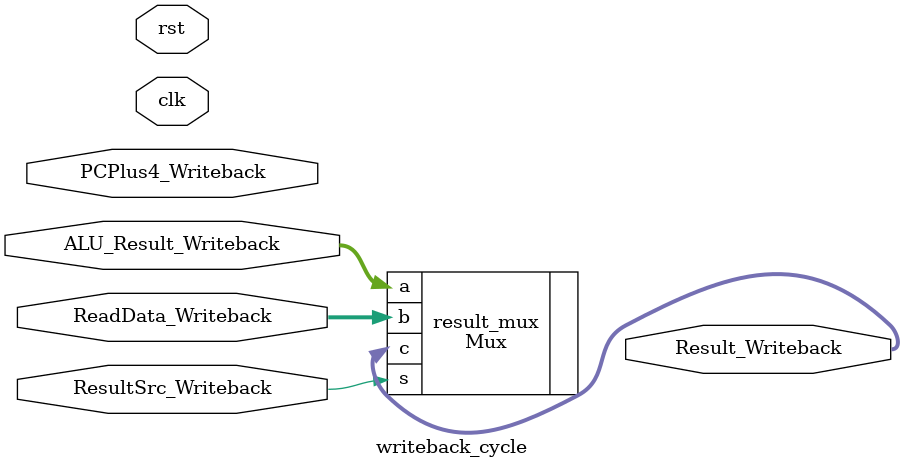
<source format=v>
`timescale 1ns / 1ps


module writeback_cycle(
input clk, rst, ResultSrc_Writeback,
input [31:0] PCPlus4_Writeback, ALU_Result_Writeback, ReadData_Writeback,

output [31:0] Result_Writeback
);

Mux result_mux (    
                .a(ALU_Result_Writeback),
                .b(ReadData_Writeback),
                .s(ResultSrc_Writeback),
                .c(Result_Writeback)
                );
                
endmodule

</source>
